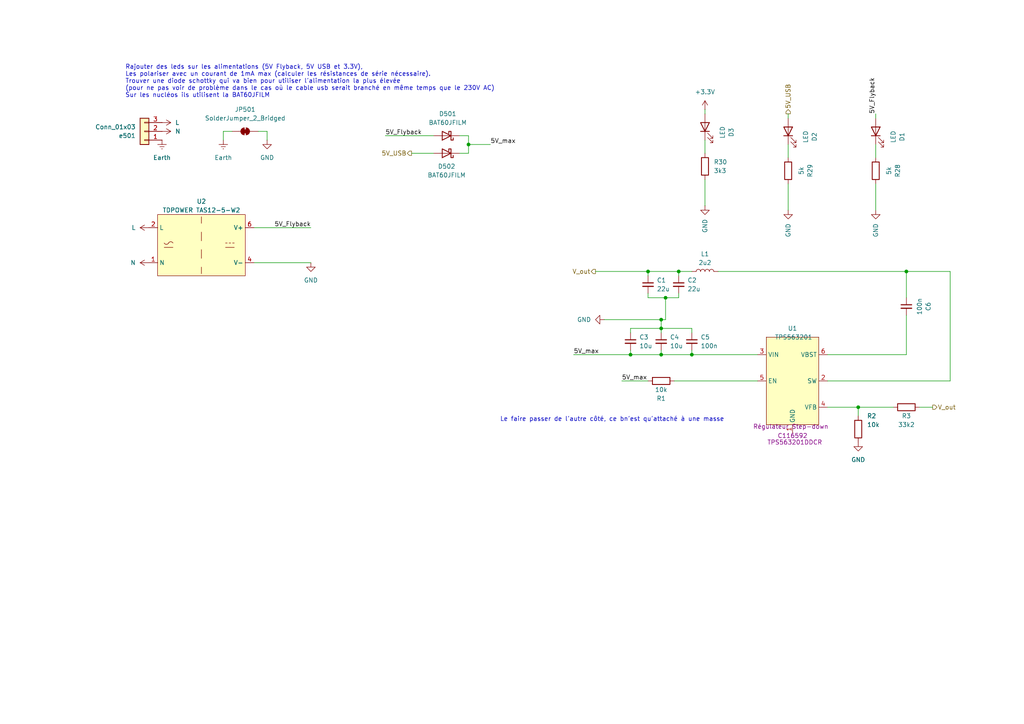
<source format=kicad_sch>
(kicad_sch (version 20231120) (generator "eeschema") (generator_version "8.0")
  (paper "A4")
  (lib_symbols
    (symbol "Conn_01x03_1" (pin_names (offset 1.016) hide)
      (property "Reference" "e2" (at 2.54 1.2701 0))
      (property "Value" "Conn_01x03" (at 2.54 -1.2699 0))
      (symbol "Conn_01x03_1_1_1"
        (rectangle (start -1.27 -2.413) (end 0 -2.667) (stroke (width 0.1524)))
        (rectangle (start -1.27 0.127) (end 0 -0.127) (stroke (width 0.1524)))
        (rectangle (start -1.27 2.667) (end 0 2.413) (stroke (width 0.1524)))
        (rectangle (start -1.27 3.81) (end 1.27 -3.81) (stroke (width 0.254)) (fill (type background)))
        (pin power_out line (at -5.08 2.54 0) (length 3.81) (name "Pin_1") (number "1"))
        (pin power_out line (at -5.08 0 0) (length 3.81) (name "Pin_2") (number "2"))
        (pin power_out line (at -5.08 -2.54 0) (length 3.81) (name "Pin_3") (number "3"))
      )
    )
    (symbol "Device:C_Small" (pin_numbers hide) (pin_names (offset 0.254) hide)
      (property "Reference" "C" (at 0.254 1.778 0))
      (property "Value" "C_Small" (at 0.254 -2.032 0))
      (symbol "C_Small_0_1"
        (polyline (pts (xy -1.524 -0.508) (xy 1.524 -0.508)) (stroke (width 0.3302)))
        (polyline (pts (xy -1.524 0.508) (xy 1.524 0.508)) (stroke (width 0.3048)))
      )
      (symbol "C_Small_1_1"
        (pin passive line (at 0 2.54 270) (length 2.032) (name "~") (number "1"))
        (pin passive line (at 0 -2.54 90) (length 2.032) (name "~") (number "2"))
      )
    )
    (symbol "Device:D_Schottky" (pin_numbers hide) (pin_names (offset 1.016) hide)
      (property "Reference" "D" (at 0 2.54 0))
      (property "Value" "D_Schottky" (at 0 -2.54 0))
      (symbol "D_Schottky_0_1"
        (polyline (pts (xy 1.27 0) (xy -1.27 0)))
        (polyline (pts (xy 1.27 1.27) (xy 1.27 -1.27) (xy -1.27 0) (xy 1.27 1.27)) (stroke (width 0.254)))
        (polyline (pts (xy -1.905 0.635) (xy -1.905 1.27) (xy -1.27 1.27) (xy -1.27 -1.27) (xy -0.635 -1.27) (xy -0.635 -0.635)) (stroke (width 0.254)))
      )
      (symbol "D_Schottky_1_1"
        (pin passive line (at -3.81 0 0) (length 2.54) (name "K") (number "1"))
        (pin passive line (at 3.81 0 180) (length 2.54) (name "A") (number "2"))
      )
    )
    (symbol "Device:L" (pin_numbers hide) (pin_names (offset 1.016) hide)
      (property "Reference" "L" (at -1.27 0 90))
      (property "Value" "L" (at 1.905 0 90))
      (symbol "L_0_1"
        (arc (start 0 -2.54) (mid 0.6323 -1.905) (end 0 -1.27))
        (arc (start 0 -1.27) (mid 0.6323 -0.635) (end 0 0))
        (arc (start 0 0) (mid 0.6323 0.635) (end 0 1.27))
        (arc (start 0 1.27) (mid 0.6323 1.905) (end 0 2.54))
      )
      (symbol "L_1_1"
        (pin passive line (at 0 3.81 270) (length 1.27) (name "1") (number "1"))
        (pin passive line (at 0 -3.81 90) (length 1.27) (name "2") (number "2"))
      )
    )
    (symbol "Device:LED" (pin_numbers hide) (pin_names (offset 1.016) hide)
      (property "Reference" "D" (at 0 2.54 0))
      (property "Value" "LED" (at 0 -2.54 0))
      (symbol "LED_0_1"
        (polyline (pts (xy -1.27 -1.27) (xy -1.27 1.27)) (stroke (width 0.254)))
        (polyline (pts (xy -1.27 0) (xy 1.27 0)))
        (polyline (pts (xy 1.27 -1.27) (xy 1.27 1.27) (xy -1.27 0) (xy 1.27 -1.27)) (stroke (width 0.254)))
        (polyline (pts (xy -3.048 -0.762) (xy -4.572 -2.286) (xy -3.81 -2.286) (xy -4.572 -2.286) (xy -4.572 -1.524)))
        (polyline (pts (xy -1.778 -0.762) (xy -3.302 -2.286) (xy -2.54 -2.286) (xy -3.302 -2.286) (xy -3.302 -1.524)))
      )
      (symbol "LED_1_1"
        (pin passive line (at -3.81 0 0) (length 2.54) (name "K") (number "1"))
        (pin passive line (at 3.81 0 180) (length 2.54) (name "A") (number "2"))
      )
    )
    (symbol "Device:R" (pin_numbers hide) (pin_names (offset 0))
      (property "Reference" "R" (at 2.032 0 90))
      (property "Value" "R" (at 0 0 90))
      (symbol "R_0_1"
        (rectangle (start -1.016 -2.54) (end 1.016 2.54) (stroke (width 0.254)))
      )
      (symbol "R_1_1"
        (pin passive line (at 0 3.81 270) (length 1.27) (name "~") (number "1"))
        (pin passive line (at 0 -3.81 90) (length 1.27) (name "~") (number "2"))
      )
    )
    (symbol "Jumper:SolderJumper_2_Bridged" (pin_numbers hide) (pin_names (offset 0) hide) (exclude_from_sim yes) (in_bom no)
      (property "Reference" "JP" (at 0 2.032 0))
      (property "Value" "SolderJumper_2_Bridged" (at 0 -2.54 0))
      (symbol "SolderJumper_2_Bridged_0_1"
        (rectangle (start -0.508 0.508) (end 0.508 -0.508) (fill (type outline)))
        (arc (start -0.254 1.016) (mid -1.2656 0) (end -0.254 -1.016))
        (arc (start -0.254 1.016) (mid -1.2656 0) (end -0.254 -1.016) (fill (type outline)))
        (polyline (pts (xy -0.254 1.016) (xy -0.254 -1.016)))
        (polyline (pts (xy 0.254 1.016) (xy 0.254 -1.016)))
        (arc (start 0.254 -1.016) (mid 1.2656 0) (end 0.254 1.016))
        (arc (start 0.254 -1.016) (mid 1.2656 0) (end 0.254 1.016) (fill (type outline)))
      )
      (symbol "SolderJumper_2_Bridged_1_1"
        (pin passive line (at -3.81 0 0) (length 2.54) (name "A") (number "1"))
        (pin passive line (at 3.81 0 180) (length 2.54) (name "B") (number "2"))
      )
    )
    (symbol "Librairie_MB:Step-down_voltage_regulator"
      (property "Reference" "U" (at 0 0 0))
      (symbol "Step-down_voltage_regulator_1_1"
        (rectangle (start -7.62 12.7) (end 7.62 -12.7) (fill (type background)))
        (pin input line (at 0 -15.24 90) (length 2.54) (name "GND") (number "1"))
        (pin output line (at 10.16 0 180) (length 2.54) (name "SW") (number "2"))
        (pin input line (at -10.16 7.62 0) (length 2.54) (name "VIN") (number "3"))
        (pin input line (at 10.16 -7.62 180) (length 2.54) (name "VFB") (number "4"))
        (pin input line (at -10.16 0 0) (length 2.54) (name "EN") (number "5"))
        (pin output line (at 10.16 7.62 180) (length 2.54) (name "VBST") (number "6"))
      )
    )
    (symbol "Librairie_MB:Transformateur"
      (property "Reference" "U" (at 0 -11.43 0))
      (symbol "Transformateur_0_1"
        (arc (start -10.795 0.635) (mid -10.16 0.2495) (end -9.525 0.635))
        (arc (start -8.255 0.635) (mid -8.89 1.0072) (end -9.525 0.635))
        (polyline (pts (xy -10.795 -0.635) (xy -8.255 -0.635)))
        (polyline (pts (xy 6.985 -0.635) (xy 9.525 -0.635)))
        (polyline (pts (xy 6.985 0.635) (xy 7.493 0.635)))
        (polyline (pts (xy 8.001 0.635) (xy 8.509 0.635)))
        (polyline (pts (xy 9.017 0.635) (xy 9.525 0.635)))
      )
      (symbol "Transformateur_1_1"
        (rectangle (start -12.7 8.89) (end 12.7 -8.89) (fill (type background)))
        (polyline (pts (xy 0 -6.35) (xy 0 -8.255)))
        (polyline (pts (xy 0 -1.27) (xy 0 -3.81)))
        (polyline (pts (xy 0 3.81) (xy 0 1.27)))
        (polyline (pts (xy 0 8.255) (xy 0 6.35)))
        (pin power_in line (at -15.24 -5.08 0) (length 2.54) (name "N") (number "1"))
        (pin power_in line (at -15.24 5.08 0) (length 2.54) (name "L") (number "2"))
        (pin power_out line (at 15.24 -5.08 180) (length 2.54) (name "V-") (number "4"))
        (pin power_out line (at 15.24 5.08 180) (length 2.54) (name "V+") (number "6"))
      )
    )
    (symbol "power:+3.3V" (power) (pin_numbers hide) (pin_names (offset 0) hide)
      (property "Value" "+3.3V" (at 0 5.08 0))
      (symbol "+3.3V_0_1"
        (polyline (pts (xy -0.762 1.27) (xy 0 2.54)))
        (polyline (pts (xy 0 0) (xy 0 2.54)))
        (polyline (pts (xy 0 2.54) (xy 0.762 1.27)))
      )
      (symbol "+3.3V_1_1"
        (pin power_out line (at 0 0 90) (length 0) (name "~") (number "1"))
      )
    )
    (symbol "power:Earth" (power) (pin_numbers hide) (pin_names (offset 0) hide)
      (property "Value" "Earth" (at 0 -3.81 0))
      (symbol "Earth_0_1"
        (polyline (pts (xy -0.635 -1.905) (xy 0.635 -1.905)))
        (polyline (pts (xy -0.127 -2.54) (xy 0.127 -2.54)))
        (polyline (pts (xy 0 -1.27) (xy 0 0)))
        (polyline (pts (xy 1.27 -1.27) (xy -1.27 -1.27)))
      )
      (symbol "Earth_1_1"
        (pin power_in line (at 0 0 270) (length 0) (name "~") (number "1"))
      )
    )
    (symbol "power:GND" (power) (pin_numbers hide) (pin_names (offset 0) hide)
      (property "Value" "GND" (at 0 -3.81 0))
      (symbol "GND_0_1"
        (polyline (pts (xy 0 0) (xy 0 -1.27) (xy 1.27 -1.27) (xy 0 -2.54) (xy -1.27 -1.27) (xy 0 -1.27)))
      )
      (symbol "GND_1_1"
        (pin power_in line (at 0 0 270) (length 0) (name "~") (number "1"))
      )
    )
    (symbol "power:LINE" (power) (pin_numbers hide) (pin_names (offset 0) hide)
      (property "Value" "LINE" (at 0 3.556 0))
      (symbol "LINE_0_1"
        (polyline (pts (xy -0.762 1.27) (xy 0 2.54)))
        (polyline (pts (xy 0 0) (xy 0 2.54)))
        (polyline (pts (xy 0 2.54) (xy 0.762 1.27)))
      )
      (symbol "LINE_1_1"
        (pin power_in line (at 0 0 90) (length 0) (name "~") (number "1"))
      )
    )
    (symbol "power:NEUT" (power) (pin_numbers hide) (pin_names (offset 0) hide)
      (property "Value" "NEUT" (at 0 3.556 0))
      (symbol "NEUT_0_1"
        (polyline (pts (xy -0.762 1.27) (xy 0 2.54)))
        (polyline (pts (xy 0 0) (xy 0 2.54)))
        (polyline (pts (xy 0 2.54) (xy 0.762 1.27)))
      )
      (symbol "NEUT_1_1"
        (pin power_in line (at 0 0 90) (length 0) (name "~") (number "1"))
      )
    )
  )
  (junction (at 187.96 78.74))
  (junction (at 196.85 78.74))
  (junction (at 191.77 95.25))
  (junction (at 182.88 102.87))
  (junction (at 262.89 78.74))
  (junction (at 191.77 92.71))
  (junction (at 200.66 102.87))
  (junction (at 191.77 102.87))
  (junction (at 193.04 86.36))
  (junction (at 135.89 41.91))
  (junction (at 248.92 118.11))
  (wire (pts (xy 182.88 101.6) (xy 182.88 102.87)))
  (wire (pts (xy 182.88 95.25) (xy 182.88 96.52)))
  (wire (pts (xy 180.34 110.49) (xy 187.96 110.49)))
  (wire (pts (xy 135.89 39.37) (xy 135.89 41.91)))
  (wire (pts (xy 90.17 76.2) (xy 73.66 76.2)))
  (wire (pts (xy 219.71 110.49) (xy 195.58 110.49)))
  (wire (pts (xy 240.03 118.11) (xy 248.92 118.11)))
  (wire (pts (xy 200.66 102.87) (xy 219.71 102.87)))
  (wire (pts (xy 187.96 78.74) (xy 196.85 78.74)))
  (wire (pts (xy 193.04 92.71) (xy 191.77 92.71)))
  (wire (pts (xy 191.77 101.6) (xy 191.77 102.87)))
  (wire (pts (xy 166.37 102.87) (xy 182.88 102.87)))
  (wire (pts (xy 119.38 44.45) (xy 125.73 44.45)))
  (wire (pts (xy 228.6 45.72) (xy 228.6 41.91)))
  (wire (pts (xy 254 53.34) (xy 254 60.96)))
  (wire (pts (xy 240.03 110.49) (xy 275.59 110.49)))
  (wire (pts (xy 254 34.29) (xy 254 33.02)))
  (wire (pts (xy 196.85 78.74) (xy 200.66 78.74)))
  (wire (pts (xy 208.28 78.74) (xy 262.89 78.74)))
  (wire (pts (xy 191.77 102.87) (xy 200.66 102.87)))
  (wire (pts (xy 64.77 40.64) (xy 64.77 38.1)))
  (wire (pts (xy 254 45.72) (xy 254 41.91)))
  (wire (pts (xy 275.59 110.49) (xy 275.59 78.74)))
  (wire (pts (xy 204.47 52.07) (xy 204.47 59.69)))
  (wire (pts (xy 248.92 118.11) (xy 259.08 118.11)))
  (wire (pts (xy 240.03 102.87) (xy 262.89 102.87)))
  (wire (pts (xy 64.77 38.1) (xy 67.31 38.1)))
  (wire (pts (xy 172.72 78.74) (xy 187.96 78.74)))
  (wire (pts (xy 262.89 86.36) (xy 262.89 78.74)))
  (wire (pts (xy 204.47 44.45) (xy 204.47 40.64)))
  (wire (pts (xy 187.96 86.36) (xy 187.96 85.09)))
  (wire (pts (xy 200.66 95.25) (xy 200.66 96.52)))
  (wire (pts (xy 196.85 78.74) (xy 196.85 80.01)))
  (wire (pts (xy 228.6 53.34) (xy 228.6 60.96)))
  (wire (pts (xy 182.88 102.87) (xy 191.77 102.87)))
  (wire (pts (xy 193.04 86.36) (xy 193.04 92.71)))
  (wire (pts (xy 262.89 91.44) (xy 262.89 102.87)))
  (wire (pts (xy 111.76 39.37) (xy 125.73 39.37)))
  (wire (pts (xy 275.59 78.74) (xy 262.89 78.74)))
  (wire (pts (xy 175.26 92.71) (xy 191.77 92.71)))
  (wire (pts (xy 133.35 39.37) (xy 135.89 39.37)))
  (wire (pts (xy 73.66 66.04) (xy 90.17 66.04)))
  (wire (pts (xy 133.35 44.45) (xy 135.89 44.45)))
  (wire (pts (xy 77.47 38.1) (xy 77.47 40.64)))
  (wire (pts (xy 187.96 78.74) (xy 187.96 80.01)))
  (wire (pts (xy 270.51 118.11) (xy 266.7 118.11)))
  (wire (pts (xy 182.88 95.25) (xy 191.77 95.25)))
  (wire (pts (xy 191.77 95.25) (xy 200.66 95.25)))
  (wire (pts (xy 228.6 33.02) (xy 228.6 34.29)))
  (wire (pts (xy 74.93 38.1) (xy 77.47 38.1)))
  (wire (pts (xy 191.77 92.71) (xy 191.77 95.25)))
  (wire (pts (xy 248.92 118.11) (xy 248.92 120.65)))
  (wire (pts (xy 193.04 86.36) (xy 196.85 86.36)))
  (wire (pts (xy 187.96 86.36) (xy 193.04 86.36)))
  (wire (pts (xy 135.89 41.91) (xy 142.24 41.91)))
  (wire (pts (xy 196.85 86.36) (xy 196.85 85.09)))
  (wire (pts (xy 191.77 95.25) (xy 191.77 96.52)))
  (wire (pts (xy 200.66 101.6) (xy 200.66 102.87)))
  (wire (pts (xy 204.47 33.02) (xy 204.47 31.75)))
  (wire (pts (xy 135.89 41.91) (xy 135.89 44.45)))
  (text "Rajouter des leds sur les alimentations (5V Flyback, 5V USB et 3.3V),\nLes polariser avec un courant de 1mA max (calculer les résistances de série nécessaire).\nTrouver une diode schottky qui va bien pour utiliser l'alimentation la plus élevée \n(pour ne pas voir de problème dans le cas où le cable usb serait branché en même temps que le 230V AC)\nSur les nucléos ils utilisent la BAT60JFILM " (at 36.322 23.622 0) (effects (font (size 1.27 1.27)) (justify left)))
  (text "Le faire passer de l'autre côté, ce bn'est qu'attaché à une masse\n" (at 177.546 121.666 0) (effects (font (size 1.27 1.27))))
  (label "5V_max" (at 166.37 102.87 0))
  (label "5V_max" (at 180.34 110.49 0))
  (label "5V_Flyback" (at 111.76 39.37 0))
  (label "5V_Flyback" (at 90.17 66.04 180))
  (label "5V_Flyback" (at 254 33.02 90))
  (label "5V_max" (at 142.24 41.91 0))
  (hierarchical_label "V_out" (shape output) (at 172.72 78.74 180))
  (hierarchical_label "5V_USB" (shape output) (at 119.38 44.45 180))
  (hierarchical_label "5V_USB" (shape output) (at 228.6 33.02 90))
  (hierarchical_label "V_out" (shape output) (at 270.51 118.11 0))
  (symbol (lib_id "power:GND") (at 175.26 92.71 270) (unit 1)
    (property "Reference" "#PWR0508" (effects (hide yes)))
    (property "Value" "GND" (at 171.45 92.7099 90) (effects (justify right)))
    (property "Description" "Power symbol creates a global label with name \"GND\" , ground" (effects (hide yes)))
  )
  (symbol (lib_id "Device:R") (at 191.77 110.49 270) (unit 1)
    (property "Reference" "R1" (at 191.77 115.57 90))
    (property "Value" "10k" (at 191.77 113.03 90))
    (property "Description" "Resistor" (effects (hide yes)))
  )
  (symbol (lib_id "Librairie_MB:Transformateur") (at 58.42 71.12 0) (unit 1)
    (property "Reference" "U2" (at 58.42 58.42 0))
    (property "Value" "TDPOWER TAS12-5-W2" (at 58.42 60.96 0))
    (property "Footprint" "Librairie_MB:TD POWER TAS12-5-W2" (effects (hide yes)))
    (property "Datasheet" "https://www.lcsc.com/datasheet/lcsc_datasheet_2307141637_TDPOWER-TAS12-5-W2_C5354760.pdf" (effects (hide yes)))
    (property "Description" "Transformateur vers 12V" (effects (hide yes)))
    (property "MPN" "TAS12-5-W2" (effects (hide yes)))
    (property "LCSC" "C5354760" (effects (hide yes)))
  )
  (symbol (lib_id "power:GND") (at 204.47 59.69 0) (unit 1)
    (property "Reference" "#PWR03" (effects (hide yes)))
    (property "Value" "GND" (at 204.4701 63.5 90) (effects (justify right)))
    (property "Description" "Power symbol creates a global label with name \"GND\" , ground" (effects (hide yes)))
  )
  (symbol (lib_id "Device:D_Schottky") (at 129.54 39.37 180) (unit 1)
    (property "Reference" "D501" (at 129.8575 33.02 0))
    (property "Value" "BAT60JFILM" (at 129.8575 35.56 0))
    (property "Datasheet" "https://www.lcsc.com/datasheet/lcsc_datasheet_1810121610_STMicroelectronics-BAT60JFILM_C133103.pdf" (effects (hide yes)))
    (property "Description" "Schottky diode" (effects (hide yes)))
  )
  (symbol (lib_id "power:Earth") (at 64.77 40.64 0) (unit 1)
    (property "Reference" "#PWR0504" (effects (hide yes)))
    (property "Value" "Earth" (at 64.77 45.72 0))
    (property "Description" "Power symbol creates a global label with name \"Earth\"" (effects (hide yes)))
  )
  (symbol (lib_id "Device:C_Small") (at 262.89 88.9 0) (unit 1)
    (property "Reference" "C6" (at 269.24 88.9063 90))
    (property "Value" "100n" (at 266.7 88.9063 90))
    (property "Description" "Unpolarized capacitor, small symbol" (effects (hide yes)))
  )
  (symbol (lib_id "Device:D_Schottky") (at 129.54 44.45 180) (unit 1)
    (property "Reference" "D502" (at 129.54 48.26 0))
    (property "Value" "BAT60JFILM" (at 129.54 50.8 0))
    (property "Datasheet" "https://www.lcsc.com/datasheet/lcsc_datasheet_1810121610_STMicroelectronics-BAT60JFILM_C133103.pdf" (effects (hide yes)))
    (property "Description" "Schottky diode" (effects (hide yes)))
  )
  (symbol (lib_id "Librairie_MB:Step-down_voltage_regulator") (at 229.87 110.49 0) (unit 1)
    (property "Reference" "U1" (at 229.87 95.25 0))
    (property "Value" "TPS563201" (at 230.1875 97.79 0))
    (property "Footprint" "Librairie_MB:TPS563201" (effects (hide yes)))
    (property "Datasheet" "https://www.lcsc.com/datasheet/lcsc_datasheet_2304241919_Texas-Instruments-TPS563201DDCR_C116592.pdf" (effects (hide yes)))
    (property "Description" "Régulateur Step-down" (at 229.362 123.698 0))
    (property "MPN" "TPS563201DDCR" (at 230.505 128.27 0))
    (property "LCSC" "C116592" (at 229.87 126.365 0))
  )
  (symbol (lib_id "power:GND") (at 248.92 128.27 0) (unit 1)
    (property "Reference" "#PWR017" (effects (hide yes)))
    (property "Value" "GND" (at 248.92 133.35 0))
    (property "Description" "Power symbol creates a global label with name \"GND\" , ground" (effects (hide yes)))
  )
  (symbol (lib_id "Device:C_Small") (at 191.77 99.06 0) (unit 1)
    (property "Reference" "C4" (at 194.31 97.7962 0) (effects (justify left)))
    (property "Value" "10u" (at 194.31 100.3362 0) (effects (justify left)))
    (property "Description" "Unpolarized capacitor, small symbol" (effects (hide yes)))
    (property "Matériau" "Céramique" (effects (hide yes)))
  )
  (symbol (lib_name "Conn_01x03_1") (lib_id "Connector_Generic:Conn_01x03") (at 41.91 38.1 180) (unit 1)
    (property "Reference" "e501" (at 39.37 39.3701 0) (effects (justify left)))
    (property "Value" "Conn_01x03" (at 39.37 36.8301 0) (effects (justify left)))
    (property "Footprint" "Connector_Phoenix_MC_HighVoltage:PhoenixContact_MC_1,5_3-G-5.08_1x03_P5.08mm_Horizontal" (effects (hide yes)))
    (property "Description" "Generic connector, single row, 01x03, script generated (kicad-library-utils/schlib/autogen/connector/)" (effects (hide yes)))
  )
  (symbol (lib_id "Device:C_Small") (at 182.88 99.06 0) (unit 1)
    (property "Reference" "C3" (at 185.42 97.7962 0) (effects (justify left)))
    (property "Value" "10u" (at 185.42 100.3362 0) (effects (justify left)))
    (property "Description" "Unpolarized capacitor, small symbol" (effects (hide yes)))
    (property "Matériau" "Céramique" (effects (hide yes)))
  )
  (symbol (lib_id "Device:R") (at 262.89 118.11 90) (unit 1)
    (property "Reference" "R3" (at 262.89 120.65 90))
    (property "Value" "33k2" (at 262.89 123.19 90))
    (property "Description" "Resistor" (effects (hide yes)))
  )
  (symbol (lib_id "power:GND") (at 228.6 60.96 0) (unit 1)
    (property "Reference" "#PWR02" (effects (hide yes)))
    (property "Value" "GND" (at 228.6001 64.77 90) (effects (justify right)))
    (property "Description" "Power symbol creates a global label with name \"GND\" , ground" (effects (hide yes)))
  )
  (symbol (lib_id "Device:L") (at 204.47 78.74 90) (unit 1)
    (property "Reference" "L1" (at 204.47 73.66 90))
    (property "Value" "2u2" (at 204.47 76.2 90))
    (property "Description" "Inductor" (effects (hide yes)))
  )
  (symbol (lib_id "Jumper:SolderJumper_2_Bridged") (at 71.12 38.1 0) (unit 1) (exclude_from_sim yes) (in_bom no)
    (property "Reference" "JP501" (at 71.12 31.75 0))
    (property "Value" "SolderJumper_2_Bridged" (at 71.12 34.29 0))
    (property "Description" "Solder Jumper, 2-pole, closed/bridged" (effects (hide yes)))
  )
  (symbol (lib_id "power:Earth") (at 46.99 40.64 0) (unit 1)
    (property "Reference" "#PWR0503" (effects (hide yes)))
    (property "Value" "Earth" (at 46.99 45.72 0))
    (property "Description" "Power symbol creates a global label with name \"Earth\"" (effects (hide yes)))
  )
  (symbol (lib_id "Device:LED") (at 204.47 36.83 90) (unit 1)
    (property "Reference" "D3" (at 212.09 38.4175 0))
    (property "Value" "LED" (at 209.55 38.4175 0))
    (property "Datasheet" "https://www.lcsc.com/datasheet/lcsc_datasheet_1912111437_MEIHUA-MHT136WDT-C2_C397046.pdf" (effects (hide yes)))
    (property "Description" "Light emitting diode" (effects (hide yes)))
  )
  (symbol (lib_id "Device:C_Small") (at 196.85 82.55 0) (unit 1)
    (property "Reference" "C2" (at 199.39 81.2862 0) (effects (justify left)))
    (property "Value" "22u" (at 199.39 83.8262 0) (effects (justify left)))
    (property "Description" "Unpolarized capacitor, small symbol" (effects (hide yes)))
  )
  (symbol (lib_id "power:LINE") (at 43.18 66.04 90) (unit 1)
    (property "Reference" "#PWR0506" (effects (hide yes)))
    (property "Value" "L" (at 39.37 66.0399 90) (effects (justify left)))
    (property "Description" "Power symbol creates a global label with name \"LINE\"" (effects (hide yes)))
  )
  (symbol (lib_id "Device:R") (at 254 49.53 0) (unit 1)
    (property "Reference" "R28" (at 260.35 49.53 90))
    (property "Value" "5k" (at 257.81 49.53 90))
    (property "Description" "Resistor" (effects (hide yes)))
  )
  (symbol (lib_id "Device:R") (at 228.6 49.53 0) (unit 1)
    (property "Reference" "R29" (at 234.95 49.53 90))
    (property "Value" "5k" (at 232.41 49.53 90))
    (property "Description" "Resistor" (effects (hide yes)))
  )
  (symbol (lib_id "Device:C_Small") (at 187.96 82.55 0) (unit 1)
    (property "Reference" "C1" (at 190.5 81.2862 0) (effects (justify left)))
    (property "Value" "22u" (at 190.5 83.8262 0) (effects (justify left)))
    (property "Description" "Unpolarized capacitor, small symbol" (effects (hide yes)))
  )
  (symbol (lib_id "Device:R") (at 248.92 124.46 0) (unit 1)
    (property "Reference" "R2" (at 251.46 120.6499 0) (effects (justify left)))
    (property "Value" "10k" (at 251.46 123.1899 0) (effects (justify left)))
    (property "Description" "Resistor" (effects (hide yes)))
  )
  (symbol (lib_id "power:GND") (at 77.47 40.64 0) (unit 1)
    (property "Reference" "#PWR0505" (effects (hide yes)))
    (property "Value" "GND" (at 77.47 45.72 0))
    (property "Description" "Power symbol creates a global label with name \"GND\" , ground" (effects (hide yes)))
  )
  (symbol (lib_id "Device:R") (at 204.47 48.26 0) (unit 1)
    (property "Reference" "R30" (at 207.01 46.9899 0) (effects (justify left)))
    (property "Value" "3k3" (at 207.01 49.5299 0) (effects (justify left)))
    (property "Description" "Resistor" (effects (hide yes)))
  )
  (symbol (lib_id "Device:LED") (at 254 38.1 90) (unit 1)
    (property "Reference" "D1" (at 261.62 39.6875 0))
    (property "Value" "LED" (at 259.08 39.6875 0))
    (property "Datasheet" "https://www.lcsc.com/datasheet/lcsc_datasheet_1912111437_MEIHUA-MHT136WDT-C2_C397046.pdf" (effects (hide yes)))
    (property "Description" "Light emitting diode" (effects (hide yes)))
  )
  (symbol (lib_id "Device:C_Small") (at 200.66 99.06 0) (unit 1)
    (property "Reference" "C5" (at 203.2 97.7962 0) (effects (justify left)))
    (property "Value" "100n" (at 203.2 100.3362 0) (effects (justify left)))
    (property "Description" "Unpolarized capacitor, small symbol" (effects (hide yes)))
  )
  (symbol (lib_id "power:GND") (at 254 60.96 0) (unit 1)
    (property "Reference" "#PWR01" (effects (hide yes)))
    (property "Value" "GND" (at 254.0001 64.77 90) (effects (justify right)))
    (property "Description" "Power symbol creates a global label with name \"GND\" , ground" (effects (hide yes)))
  )
  (symbol (lib_id "power:NEUT") (at 43.18 76.2 90) (unit 1)
    (property "Reference" "#PWR0507" (effects (hide yes)))
    (property "Value" "N" (at 39.37 76.1999 90) (effects (justify left)))
    (property "Description" "Power symbol creates a global label with name \"NEUT\"" (effects (hide yes)))
  )
  (symbol (lib_id "Device:LED") (at 228.6 38.1 90) (unit 1)
    (property "Reference" "D2" (at 236.22 39.6875 0))
    (property "Value" "LED" (at 233.68 39.6875 0))
    (property "Datasheet" "https://www.lcsc.com/datasheet/lcsc_datasheet_1912111437_MEIHUA-MHT136WDT-C2_C397046.pdf" (effects (hide yes)))
    (property "Description" "Light emitting diode" (effects (hide yes)))
  )
  (symbol (lib_id "power:+3.3V") (at 204.47 31.75 0) (unit 1)
    (property "Reference" "#PWR04" (effects (hide yes)))
    (property "Value" "+3.3V" (at 204.47 26.67 0))
    (property "Description" "Power symbol creates a global label with name \"+3.3V\"" (effects (hide yes)))
  )
  (symbol (lib_id "power:NEUT") (at 46.99 38.1 270) (unit 1)
    (property "Reference" "#PWR0502" (effects (hide yes)))
    (property "Value" "N" (at 50.8 38.0999 90) (effects (justify left)))
    (property "Description" "Power symbol creates a global label with name \"NEUT\"" (effects (hide yes)))
  )
  (symbol (lib_id "power:GND") (at 90.17 76.2 0) (unit 1)
    (property "Reference" "#PWR018" (effects (hide yes)))
    (property "Value" "GND" (at 90.17 81.28 0))
    (property "Description" "Power symbol creates a global label with name \"GND\" , ground" (effects (hide yes)))
  )
  (symbol (lib_id "power:LINE") (at 46.99 35.56 270) (unit 1)
    (property "Reference" "#PWR0501" (effects (hide yes)))
    (property "Value" "L" (at 50.8 35.5599 90) (effects (justify left)))
    (property "Description" "Power symbol creates a global label with name \"LINE\"" (effects (hide yes)))
  )
)
</source>
